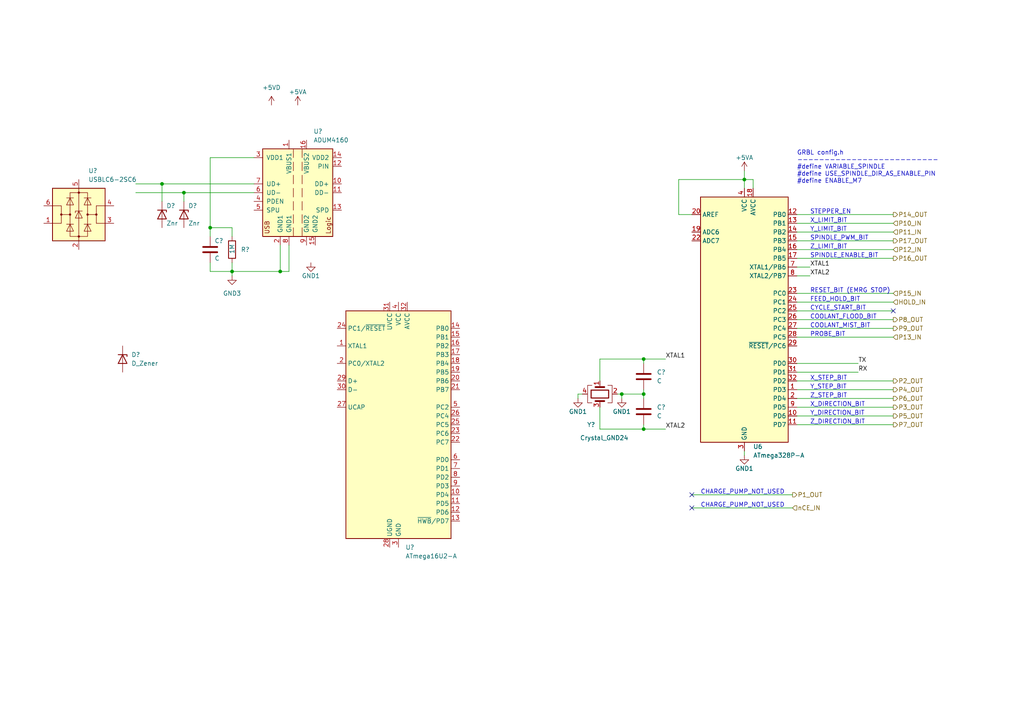
<source format=kicad_sch>
(kicad_sch (version 20211123) (generator eeschema)
  (paper "A4")
  (lib_symbols
    (symbol "Device:C" (pin_numbers hide) (pin_names (offset 0.254))
      (property "Reference" "C" (at 0.635 2.54 0))
      (property "Value" "C" (at 0.635 -2.54 0))
      (symbol "C_0_1"
        (polyline (pts (xy -2.032 -0.762) (xy 2.032 -0.762)) (stroke (width 0.508)))
        (polyline (pts (xy -2.032 0.762) (xy 2.032 0.762)) (stroke (width 0.508)))
      )
      (symbol "C_1_1"
        (pin passive line (at 0 3.81 270) (length 2.794) (name "~") (number "1"))
        (pin passive line (at 0 -3.81 90) (length 2.794) (name "~") (number "2"))
      )
    )
    (symbol "Device:Crystal_GND24" (pin_names (offset 1.016) hide)
      (property "Reference" "Y" (at 3.175 5.08 0))
      (property "Value" "Crystal_GND24" (at 3.175 3.175 0))
      (symbol "Crystal_GND24_0_1"
        (rectangle (start -1.143 2.54) (end 1.143 -2.54) (stroke (width 0.3048)))
        (polyline (pts (xy -2.54 0) (xy -2.032 0)))
        (polyline (pts (xy -2.032 -1.27) (xy -2.032 1.27)) (stroke (width 0.508)))
        (polyline (pts (xy 0 -3.81) (xy 0 -3.556)))
        (polyline (pts (xy 0 3.556) (xy 0 3.81)))
        (polyline (pts (xy 2.032 -1.27) (xy 2.032 1.27)) (stroke (width 0.508)))
        (polyline (pts (xy 2.032 0) (xy 2.54 0)))
        (polyline (pts (xy -2.54 -2.286) (xy -2.54 -3.556) (xy 2.54 -3.556) (xy 2.54 -2.286)))
        (polyline (pts (xy -2.54 2.286) (xy -2.54 3.556) (xy 2.54 3.556) (xy 2.54 2.286)))
      )
      (symbol "Crystal_GND24_1_1"
        (pin passive line (at -3.81 0 0) (length 1.27) (name "1") (number "1"))
        (pin passive line (at 0 5.08 270) (length 1.27) (name "2") (number "2"))
        (pin passive line (at 3.81 0 180) (length 1.27) (name "3") (number "3"))
        (pin passive line (at 0 -5.08 90) (length 1.27) (name "4") (number "4"))
      )
    )
    (symbol "Device:D_Zener" (pin_numbers hide) (pin_names (offset 1.016) hide)
      (property "Reference" "D" (at 0 2.54 0))
      (property "Value" "D_Zener" (at 0 -2.54 0))
      (symbol "D_Zener_0_1"
        (polyline (pts (xy 1.27 0) (xy -1.27 0)))
        (polyline (pts (xy -1.27 -1.27) (xy -1.27 1.27) (xy -0.762 1.27)) (stroke (width 0.254)))
        (polyline (pts (xy 1.27 -1.27) (xy 1.27 1.27) (xy -1.27 0) (xy 1.27 -1.27)) (stroke (width 0.254)))
      )
      (symbol "D_Zener_1_1"
        (pin passive line (at -3.81 0 0) (length 2.54) (name "K") (number "1"))
        (pin passive line (at 3.81 0 180) (length 2.54) (name "A") (number "2"))
      )
    )
    (symbol "Device:R" (pin_numbers hide) (pin_names (offset 0))
      (property "Reference" "R" (at 2.032 0 90))
      (property "Value" "R" (at 0 0 90))
      (symbol "R_0_1"
        (rectangle (start -1.016 -2.54) (end 1.016 2.54) (stroke (width 0.254)))
      )
      (symbol "R_1_1"
        (pin passive line (at 0 3.81 270) (length 1.27) (name "~") (number "1"))
        (pin passive line (at 0 -3.81 90) (length 1.27) (name "~") (number "2"))
      )
    )
    (symbol "Interface_USB:ADUM4160" (pin_names (offset 1.016))
      (property "Reference" "U" (at -10.16 13.97 0))
      (property "Value" "ADUM4160" (at 3.81 13.97 0))
      (symbol "ADUM4160_0_0"
        (text "Logic" (at 8.89 -12.065 900) (effects (font (size 1.27 1.27)) (justify left)))
      )
      (symbol "ADUM4160_0_1"
        (rectangle (start -10.16 12.7) (end 10.16 -12.7) (stroke (width 0.254)) (fill (type background)))
        (polyline (pts (xy -1.27 -10.16) (xy -1.27 -12.7)))
        (polyline (pts (xy -1.27 -6.35) (xy -1.27 -8.89)))
        (polyline (pts (xy -1.27 -2.54) (xy -1.27 -5.08)))
        (polyline (pts (xy -1.27 1.27) (xy -1.27 -1.27)))
        (polyline (pts (xy -1.27 5.08) (xy -1.27 2.54)))
        (polyline (pts (xy -1.27 8.89) (xy -1.27 6.35)))
        (polyline (pts (xy -1.27 12.7) (xy -1.27 10.16)))
        (polyline (pts (xy 1.27 -10.16) (xy 1.27 -12.7)))
        (polyline (pts (xy 1.27 -6.35) (xy 1.27 -8.89)))
        (polyline (pts (xy 1.27 -2.54) (xy 1.27 -5.08)))
        (polyline (pts (xy 1.27 1.27) (xy 1.27 -1.27)))
        (polyline (pts (xy 1.27 5.08) (xy 1.27 2.54)))
        (polyline (pts (xy 1.27 8.89) (xy 1.27 6.35)))
        (polyline (pts (xy 1.27 12.7) (xy 1.27 10.16)))
      )
      (symbol "ADUM4160_1_0"
        (text "USB" (at -8.89 -12.065 900) (effects (font (size 1.27 1.27)) (justify left)))
      )
      (symbol "ADUM4160_1_1"
        (pin power_in line (at -2.54 15.24 270) (length 2.54) (name "VBUS1") (number "1"))
        (pin bidirectional line (at 12.7 2.54 180) (length 2.54) (name "DD+") (number "10"))
        (pin bidirectional line (at 12.7 0 180) (length 2.54) (name "DD-") (number "11"))
        (pin input line (at 12.7 7.62 180) (length 2.54) (name "PIN") (number "12"))
        (pin input line (at 12.7 -5.08 180) (length 2.54) (name "SPD") (number "13"))
        (pin power_in line (at 12.7 10.16 180) (length 2.54) (name "VDD2") (number "14"))
        (pin power_in line (at 5.08 -15.24 90) (length 2.54) (name "GND2") (number "15"))
        (pin power_in line (at 2.54 15.24 270) (length 2.54) (name "VBUS2") (number "16"))
        (pin power_in line (at -5.08 -15.24 90) (length 2.54) (name "GND1") (number "2"))
        (pin power_in line (at -12.7 10.16 0) (length 2.54) (name "VDD1") (number "3"))
        (pin input line (at -12.7 -2.54 0) (length 2.54) (name "PDEN") (number "4"))
        (pin input line (at -12.7 -5.08 0) (length 2.54) (name "SPU") (number "5"))
        (pin bidirectional line (at -12.7 0 0) (length 2.54) (name "UD-") (number "6"))
        (pin bidirectional line (at -12.7 2.54 0) (length 2.54) (name "UD+") (number "7"))
        (pin power_in line (at -2.54 -15.24 90) (length 2.54) (name "GND1") (number "8"))
        (pin power_in line (at 2.54 -15.24 90) (length 2.54) (name "GND2") (number "9"))
      )
    )
    (symbol "MCU_Microchip_ATmega:ATmega16U2-A"
      (property "Reference" "U" (at -15.24 34.29 0))
      (property "Value" "ATmega16U2-A" (at 2.54 -34.29 0))
      (symbol "ATmega16U2-A_0_1"
        (rectangle (start -15.24 -33.02) (end 15.24 33.02) (stroke (width 0.254)) (fill (type background)))
      )
      (symbol "ATmega16U2-A_1_1"
        (pin input line (at -17.78 22.86 0) (length 2.54) (name "XTAL1") (number "1"))
        (pin bidirectional line (at 17.78 -20.32 180) (length 2.54) (name "PD4") (number "10"))
        (pin bidirectional line (at 17.78 -22.86 180) (length 2.54) (name "PD5") (number "11"))
        (pin bidirectional line (at 17.78 -25.4 180) (length 2.54) (name "PD6") (number "12"))
        (pin bidirectional line (at 17.78 -27.94 180) (length 2.54) (name "~{HWB}/PD7") (number "13"))
        (pin bidirectional line (at 17.78 27.94 180) (length 2.54) (name "PB0") (number "14"))
        (pin bidirectional line (at 17.78 25.4 180) (length 2.54) (name "PB1") (number "15"))
        (pin bidirectional line (at 17.78 22.86 180) (length 2.54) (name "PB2") (number "16"))
        (pin bidirectional line (at 17.78 20.32 180) (length 2.54) (name "PB3") (number "17"))
        (pin bidirectional line (at 17.78 17.78 180) (length 2.54) (name "PB4") (number "18"))
        (pin bidirectional line (at 17.78 15.24 180) (length 2.54) (name "PB5") (number "19"))
        (pin bidirectional line (at -17.78 17.78 0) (length 2.54) (name "PC0/XTAL2") (number "2"))
        (pin bidirectional line (at 17.78 12.7 180) (length 2.54) (name "PB6") (number "20"))
        (pin bidirectional line (at 17.78 10.16 180) (length 2.54) (name "PB7") (number "21"))
        (pin bidirectional line (at 17.78 -5.08 180) (length 2.54) (name "PC7") (number "22"))
        (pin bidirectional line (at 17.78 -2.54 180) (length 2.54) (name "PC6") (number "23"))
        (pin bidirectional line (at -17.78 27.94 0) (length 2.54) (name "PC1/~{RESET}") (number "24"))
        (pin bidirectional line (at 17.78 0 180) (length 2.54) (name "PC5") (number "25"))
        (pin bidirectional line (at 17.78 2.54 180) (length 2.54) (name "PC4") (number "26"))
        (pin passive line (at -17.78 5.08 0) (length 2.54) (name "UCAP") (number "27"))
        (pin power_in line (at -2.54 -35.56 90) (length 2.54) (name "UGND") (number "28"))
        (pin bidirectional line (at -17.78 12.7 0) (length 2.54) (name "D+") (number "29"))
        (pin power_in line (at 0 -35.56 90) (length 2.54) (name "GND") (number "3"))
        (pin bidirectional line (at -17.78 10.16 0) (length 2.54) (name "D-") (number "30"))
        (pin power_in line (at -2.54 35.56 270) (length 2.54) (name "UVCC") (number "31"))
        (pin power_in line (at 2.54 35.56 270) (length 2.54) (name "AVCC") (number "32"))
        (pin power_in line (at 0 35.56 270) (length 2.54) (name "VCC") (number "4"))
        (pin bidirectional line (at 17.78 5.08 180) (length 2.54) (name "PC2") (number "5"))
        (pin bidirectional line (at 17.78 -10.16 180) (length 2.54) (name "PD0") (number "6"))
        (pin bidirectional line (at 17.78 -12.7 180) (length 2.54) (name "PD1") (number "7"))
        (pin bidirectional line (at 17.78 -15.24 180) (length 2.54) (name "PD2") (number "8"))
        (pin bidirectional line (at 17.78 -17.78 180) (length 2.54) (name "PD3") (number "9"))
      )
    )
    (symbol "MCU_Microchip_ATmega:ATmega328P-A"
      (property "Reference" "U" (at -12.7 36.83 0))
      (property "Value" "ATmega328P-A" (at 2.54 -36.83 0))
      (symbol "ATmega328P-A_0_1"
        (rectangle (start -12.7 -35.56) (end 12.7 35.56) (stroke (width 0.254)) (fill (type background)))
      )
      (symbol "ATmega328P-A_1_1"
        (pin bidirectional line (at 15.24 -20.32 180) (length 2.54) (name "PD3") (number "1"))
        (pin bidirectional line (at 15.24 -27.94 180) (length 2.54) (name "PD6") (number "10"))
        (pin bidirectional line (at 15.24 -30.48 180) (length 2.54) (name "PD7") (number "11"))
        (pin bidirectional line (at 15.24 30.48 180) (length 2.54) (name "PB0") (number "12"))
        (pin bidirectional line (at 15.24 27.94 180) (length 2.54) (name "PB1") (number "13"))
        (pin bidirectional line (at 15.24 25.4 180) (length 2.54) (name "PB2") (number "14"))
        (pin bidirectional line (at 15.24 22.86 180) (length 2.54) (name "PB3") (number "15"))
        (pin bidirectional line (at 15.24 20.32 180) (length 2.54) (name "PB4") (number "16"))
        (pin bidirectional line (at 15.24 17.78 180) (length 2.54) (name "PB5") (number "17"))
        (pin power_in line (at 2.54 38.1 270) (length 2.54) (name "AVCC") (number "18"))
        (pin input line (at -15.24 25.4 0) (length 2.54) (name "ADC6") (number "19"))
        (pin bidirectional line (at 15.24 -22.86 180) (length 2.54) (name "PD4") (number "2"))
        (pin passive line (at -15.24 30.48 0) (length 2.54) (name "AREF") (number "20"))
        (pin passive line (at 0 -38.1 90) (length 2.54) hide (name "GND") (number "21"))
        (pin input line (at -15.24 22.86 0) (length 2.54) (name "ADC7") (number "22"))
        (pin bidirectional line (at 15.24 7.62 180) (length 2.54) (name "PC0") (number "23"))
        (pin bidirectional line (at 15.24 5.08 180) (length 2.54) (name "PC1") (number "24"))
        (pin bidirectional line (at 15.24 2.54 180) (length 2.54) (name "PC2") (number "25"))
        (pin bidirectional line (at 15.24 0 180) (length 2.54) (name "PC3") (number "26"))
        (pin bidirectional line (at 15.24 -2.54 180) (length 2.54) (name "PC4") (number "27"))
        (pin bidirectional line (at 15.24 -5.08 180) (length 2.54) (name "PC5") (number "28"))
        (pin bidirectional line (at 15.24 -7.62 180) (length 2.54) (name "~{RESET}/PC6") (number "29"))
        (pin power_in line (at 0 -38.1 90) (length 2.54) (name "GND") (number "3"))
        (pin bidirectional line (at 15.24 -12.7 180) (length 2.54) (name "PD0") (number "30"))
        (pin bidirectional line (at 15.24 -15.24 180) (length 2.54) (name "PD1") (number "31"))
        (pin bidirectional line (at 15.24 -17.78 180) (length 2.54) (name "PD2") (number "32"))
        (pin power_in line (at 0 38.1 270) (length 2.54) (name "VCC") (number "4"))
        (pin passive line (at 0 -38.1 90) (length 2.54) hide (name "GND") (number "5"))
        (pin passive line (at 0 38.1 270) (length 2.54) hide (name "VCC") (number "6"))
        (pin bidirectional line (at 15.24 15.24 180) (length 2.54) (name "XTAL1/PB6") (number "7"))
        (pin bidirectional line (at 15.24 12.7 180) (length 2.54) (name "XTAL2/PB7") (number "8"))
        (pin bidirectional line (at 15.24 -25.4 180) (length 2.54) (name "PD5") (number "9"))
      )
    )
    (symbol "Power_Protection:USBLC6-2SC6" (pin_names hide)
      (property "Reference" "U" (at 2.54 8.89 0))
      (property "Value" "USBLC6-2SC6" (at 2.54 -8.89 0))
      (symbol "USBLC6-2SC6_0_1"
        (rectangle (start -7.62 -7.62) (end 7.62 7.62) (stroke (width 0.254)) (fill (type background)))
        (circle (center -5.08 0) (radius 0.254) (fill (type outline)))
        (circle (center -2.54 0) (radius 0.254) (fill (type outline)))
        (rectangle (start -2.54 6.35) (end 2.54 -6.35))
        (circle (center 0 -6.35) (radius 0.254) (fill (type outline)))
        (polyline (pts (xy -5.08 -2.54) (xy -7.62 -2.54)))
        (polyline (pts (xy -5.08 0) (xy -5.08 -2.54)))
        (polyline (pts (xy -5.08 2.54) (xy -7.62 2.54)))
        (polyline (pts (xy -1.524 -2.794) (xy -3.556 -2.794)))
        (polyline (pts (xy -1.524 4.826) (xy -3.556 4.826)))
        (polyline (pts (xy 0 -7.62) (xy 0 -6.35)))
        (polyline (pts (xy 0 -6.35) (xy 0 1.27)))
        (polyline (pts (xy 0 1.27) (xy 0 6.35)))
        (polyline (pts (xy 0 6.35) (xy 0 7.62)))
        (polyline (pts (xy 1.524 -2.794) (xy 3.556 -2.794)))
        (polyline (pts (xy 1.524 4.826) (xy 3.556 4.826)))
        (polyline (pts (xy 5.08 -2.54) (xy 7.62 -2.54)))
        (polyline (pts (xy 5.08 0) (xy 5.08 -2.54)))
        (polyline (pts (xy 5.08 2.54) (xy 7.62 2.54)))
        (polyline (pts (xy -2.54 0) (xy -5.08 0) (xy -5.08 2.54)))
        (polyline (pts (xy 2.54 0) (xy 5.08 0) (xy 5.08 2.54)))
        (polyline (pts (xy -3.556 -4.826) (xy -1.524 -4.826) (xy -2.54 -2.794) (xy -3.556 -4.826)))
        (polyline (pts (xy -3.556 2.794) (xy -1.524 2.794) (xy -2.54 4.826) (xy -3.556 2.794)))
        (polyline (pts (xy -1.016 -1.016) (xy 1.016 -1.016) (xy 0 1.016) (xy -1.016 -1.016)))
        (polyline (pts (xy 1.016 1.016) (xy 0.762 1.016) (xy -1.016 1.016) (xy -1.016 0.508)))
        (polyline (pts (xy 3.556 -4.826) (xy 1.524 -4.826) (xy 2.54 -2.794) (xy 3.556 -4.826)))
        (polyline (pts (xy 3.556 2.794) (xy 1.524 2.794) (xy 2.54 4.826) (xy 3.556 2.794)))
        (circle (center 0 6.35) (radius 0.254) (fill (type outline)))
        (circle (center 2.54 0) (radius 0.254) (fill (type outline)))
        (circle (center 5.08 0) (radius 0.254) (fill (type outline)))
      )
      (symbol "USBLC6-2SC6_1_1"
        (pin passive line (at -10.16 -2.54 0) (length 2.54) (name "I/O1") (number "1"))
        (pin passive line (at 0 -10.16 90) (length 2.54) (name "GND") (number "2"))
        (pin passive line (at 10.16 -2.54 180) (length 2.54) (name "I/O2") (number "3"))
        (pin passive line (at 10.16 2.54 180) (length 2.54) (name "I/O2") (number "4"))
        (pin passive line (at 0 10.16 270) (length 2.54) (name "VBUS") (number "5"))
        (pin passive line (at -10.16 2.54 0) (length 2.54) (name "I/O1") (number "6"))
      )
    )
    (symbol "power:+5VA" (power) (pin_names (offset 0))
      (property "Value" "+5VA" (at 0 3.556 0))
      (symbol "+5VA_0_1"
        (polyline (pts (xy -0.762 1.27) (xy 0 2.54)))
        (polyline (pts (xy 0 0) (xy 0 2.54)))
        (polyline (pts (xy 0 2.54) (xy 0.762 1.27)))
      )
      (symbol "+5VA_1_1"
        (pin power_in line (at 0 0 90) (length 0) hide (name "+5VA") (number "1"))
      )
    )
    (symbol "power:+5VD" (power) (pin_names (offset 0))
      (property "Value" "+5VD" (at 0 3.556 0))
      (symbol "+5VD_0_1"
        (polyline (pts (xy -0.762 1.27) (xy 0 2.54)))
        (polyline (pts (xy 0 0) (xy 0 2.54)))
        (polyline (pts (xy 0 2.54) (xy 0.762 1.27)))
      )
      (symbol "+5VD_1_1"
        (pin power_in line (at 0 0 90) (length 0) hide (name "+5VD") (number "1"))
      )
    )
    (symbol "power:GND1" (power) (pin_names (offset 0))
      (property "Value" "GND1" (at 0 -3.81 0))
      (symbol "GND1_0_1"
        (polyline (pts (xy 0 0) (xy 0 -1.27) (xy 1.27 -1.27) (xy 0 -2.54) (xy -1.27 -1.27) (xy 0 -1.27)))
      )
      (symbol "GND1_1_1"
        (pin power_in line (at 0 0 270) (length 0) hide (name "GND1") (number "1"))
      )
    )
    (symbol "power:GND3" (power) (pin_names (offset 0))
      (property "Value" "GND3" (at 0 -3.81 0))
      (symbol "GND3_0_1"
        (polyline (pts (xy 0 0) (xy 0 -1.27) (xy 1.27 -1.27) (xy 0 -2.54) (xy -1.27 -1.27) (xy 0 -1.27)))
      )
      (symbol "GND3_1_1"
        (pin power_in line (at 0 0 270) (length 0) hide (name "GND3") (number "1"))
      )
    )
  )
  (junction (at 53.34 55.88))
  (junction (at 180.34 114.3))
  (junction (at 186.69 114.3))
  (junction (at 186.69 124.46))
  (junction (at 215.9 52.07))
  (junction (at 60.96 66.04))
  (junction (at 46.99 53.34))
  (junction (at 81.28 78.74))
  (junction (at 67.31 78.74))
  (junction (at 186.69 104.14))
  (no_connect (at 200.66 147.32))
  (no_connect (at 259.08 90.17))
  (no_connect (at 200.66 143.51))
  (wire (pts (xy 231.14 87.63) (xy 259.08 87.63)))
  (wire (pts (xy 231.14 123.19) (xy 259.08 123.19)))
  (wire (pts (xy 53.34 55.88) (xy 73.66 55.88)))
  (wire (pts (xy 168.91 114.3) (xy 167.64 114.3)))
  (wire (pts (xy 173.99 104.14) (xy 173.99 110.49)))
  (wire (pts (xy 53.34 58.42) (xy 53.34 55.88)))
  (wire (pts (xy 179.07 114.3) (xy 180.34 114.3)))
  (wire (pts (xy 259.08 62.23) (xy 231.14 62.23)))
  (wire (pts (xy 46.99 53.34) (xy 73.66 53.34)))
  (wire (pts (xy 186.69 114.3) (xy 180.34 114.3)))
  (wire (pts (xy 231.14 72.39) (xy 259.08 72.39)))
  (wire (pts (xy 231.14 105.41) (xy 248.92 105.41)))
  (wire (pts (xy 186.69 115.57) (xy 186.69 114.3)))
  (wire (pts (xy 67.31 78.74) (xy 81.28 78.74)))
  (wire (pts (xy 67.31 68.58) (xy 67.31 66.04)))
  (wire (pts (xy 200.66 143.51) (xy 229.87 143.51)))
  (wire (pts (xy 67.31 80.01) (xy 67.31 78.74)))
  (wire (pts (xy 83.82 78.74) (xy 83.82 71.12)))
  (wire (pts (xy 231.14 80.01) (xy 234.95 80.01)))
  (wire (pts (xy 60.96 78.74) (xy 67.31 78.74)))
  (wire (pts (xy 167.64 114.3) (xy 167.64 115.57)))
  (wire (pts (xy 196.85 52.07) (xy 215.9 52.07)))
  (wire (pts (xy 215.9 132.08) (xy 215.9 130.81)))
  (wire (pts (xy 186.69 104.14) (xy 173.99 104.14)))
  (wire (pts (xy 193.04 104.14) (xy 186.69 104.14)))
  (wire (pts (xy 173.99 124.46) (xy 173.99 118.11)))
  (wire (pts (xy 259.08 64.77) (xy 231.14 64.77)))
  (wire (pts (xy 231.14 113.03) (xy 259.08 113.03)))
  (wire (pts (xy 259.08 92.71) (xy 231.14 92.71)))
  (wire (pts (xy 67.31 66.04) (xy 60.96 66.04)))
  (wire (pts (xy 231.14 90.17) (xy 259.08 90.17)))
  (wire (pts (xy 67.31 78.74) (xy 67.31 76.2)))
  (wire (pts (xy 231.14 120.65) (xy 259.08 120.65)))
  (wire (pts (xy 231.14 110.49) (xy 259.08 110.49)))
  (wire (pts (xy 60.96 68.58) (xy 60.96 66.04)))
  (wire (pts (xy 60.96 66.04) (xy 60.96 45.72)))
  (wire (pts (xy 173.99 124.46) (xy 186.69 124.46)))
  (wire (pts (xy 259.08 85.09) (xy 231.14 85.09)))
  (wire (pts (xy 180.34 114.3) (xy 180.34 115.57)))
  (wire (pts (xy 60.96 76.2) (xy 60.96 78.74)))
  (wire (pts (xy 231.14 118.11) (xy 259.08 118.11)))
  (wire (pts (xy 215.9 49.53) (xy 215.9 52.07)))
  (wire (pts (xy 46.99 58.42) (xy 46.99 53.34)))
  (wire (pts (xy 60.96 45.72) (xy 73.66 45.72)))
  (wire (pts (xy 231.14 67.31) (xy 259.08 67.31)))
  (wire (pts (xy 186.69 104.14) (xy 186.69 105.41)))
  (wire (pts (xy 231.14 107.95) (xy 248.92 107.95)))
  (wire (pts (xy 259.08 74.93) (xy 231.14 74.93)))
  (wire (pts (xy 186.69 114.3) (xy 186.69 113.03)))
  (wire (pts (xy 218.44 54.61) (xy 218.44 52.07)))
  (wire (pts (xy 81.28 78.74) (xy 81.28 71.12)))
  (wire (pts (xy 218.44 52.07) (xy 215.9 52.07)))
  (wire (pts (xy 196.85 62.23) (xy 196.85 52.07)))
  (wire (pts (xy 186.69 123.19) (xy 186.69 124.46)))
  (wire (pts (xy 186.69 124.46) (xy 193.04 124.46)))
  (wire (pts (xy 200.66 62.23) (xy 196.85 62.23)))
  (wire (pts (xy 39.37 55.88) (xy 53.34 55.88)))
  (wire (pts (xy 231.14 77.47) (xy 234.95 77.47)))
  (wire (pts (xy 200.66 147.32) (xy 229.87 147.32)))
  (wire (pts (xy 81.28 78.74) (xy 83.82 78.74)))
  (wire (pts (xy 259.08 69.85) (xy 231.14 69.85)))
  (wire (pts (xy 231.14 115.57) (xy 259.08 115.57)))
  (wire (pts (xy 215.9 52.07) (xy 215.9 54.61)))
  (wire (pts (xy 231.14 97.79) (xy 259.08 97.79)))
  (wire (pts (xy 39.37 53.34) (xy 46.99 53.34)))
  (wire (pts (xy 259.08 95.25) (xy 231.14 95.25)))
  (text "Y_LIMIT_BIT" (at 234.95 67.31 0) (effects (font (size 1.27 1.27)) (justify left bottom)))
  (text "X_LIMIT_BIT" (at 234.95 64.77 0) (effects (font (size 1.27 1.27)) (justify left bottom)))
  (text "SPINDLE_ENABLE_BIT" (at 234.95 74.93 0) (effects (font (size 1.27 1.27)) (justify left bottom)))
  (text "X_STEP_BIT" (at 234.95 110.49 0) (effects (font (size 1.27 1.27)) (justify left bottom)))
  (text "SPINDLE_PWM_BIT" (at 234.95 69.85 0) (effects (font (size 1.27 1.27)) (justify left bottom)))
  (text "CHARGE_PUMP_NOT_USED" (at 203.2 147.32 0) (effects (font (size 1.27 1.27)) (justify left bottom)))
  (text "CYCLE_START_BIT" (at 234.95 90.17 0) (effects (font (size 1.27 1.27)) (justify left bottom)))
  (text "RESET_BIT (EMRG STOP)" (at 234.95 85.09 0) (effects (font (size 1.27 1.27)) (justify left bottom)))
  (text "STEPPER_EN" (at 234.95 62.23 0) (effects (font (size 1.27 1.27)) (justify left bottom)))
  (text "X_DIRECTION_BIT" (at 234.95 118.11 0) (effects (font (size 1.27 1.27)) (justify left bottom)))
  (text "Z_STEP_BIT" (at 234.95 115.57 0) (effects (font (size 1.27 1.27)) (justify left bottom)))
  (text "Y_STEP_BIT" (at 234.95 113.03 0) (effects (font (size 1.27 1.27)) (justify left bottom)))
  (text "FEED_HOLD_BIT" (at 234.95 87.63 0) (effects (font (size 1.27 1.27)) (justify left bottom)))
  (text "PROBE_BIT" (at 234.95 97.79 0) (effects (font (size 1.27 1.27)) (justify left bottom)))
  (text "Z_DIRECTION_BIT" (at 234.95 123.19 0) (effects (font (size 1.27 1.27)) (justify left bottom)))
  (text "Z_LIMIT_BIT" (at 234.95 72.39 0) (effects (font (size 1.27 1.27)) (justify left bottom)))
  (text "COOLANT_FLOOD_BIT" (at 234.95 92.71 0) (effects (font (size 1.27 1.27)) (justify left bottom)))
  (text "Y_DIRECTION_BIT" (at 234.95 120.65 0) (effects (font (size 1.27 1.27)) (justify left bottom)))
  (text "CHARGE_PUMP_NOT_USED" (at 203.2 143.51 0) (effects (font (size 1.27 1.27)) (justify left bottom)))
  (text "COOLANT_MIST_BIT" (at 234.95 95.25 0) (effects (font (size 1.27 1.27)) (justify left bottom)))
  (text "GRBL config.h\n--------------------------\n#define VARIABLE_SPINDLE\n#define USE_SPINDLE_DIR_AS_ENABLE_PIN\n#define ENABLE_M7" (at 231.14 53.34 0) (effects (font (size 1.27 1.27)) (justify left bottom)))
  (label "XTAL1" (at 193.04 104.14 0))
  (label "XTAL1" (at 234.95 77.47 0))
  (label "XTAL2" (at 234.95 80.01 0))
  (label "XTAL2" (at 193.04 124.46 0))
  (label "TX" (at 248.92 105.41 0))
  (label "RX" (at 248.92 107.95 0))
  (hierarchical_label "P12_IN" (shape input) (at 259.08 72.39 0))
  (hierarchical_label "P16_OUT" (shape output) (at 259.08 74.93 0))
  (hierarchical_label "P17_OUT" (shape output) (at 259.08 69.85 0))
  (hierarchical_label "P10_IN" (shape input) (at 259.08 64.77 0))
  (hierarchical_label "P15_IN" (shape input) (at 259.08 85.09 0))
  (hierarchical_label "P2_OUT" (shape output) (at 259.08 110.49 0))
  (hierarchical_label "P14_OUT" (shape output) (at 259.08 62.23 0))
  (hierarchical_label "nCE_IN" (shape input) (at 229.87 147.32 0))
  (hierarchical_label "P7_OUT" (shape output) (at 259.08 123.19 0))
  (hierarchical_label "P13_IN" (shape input) (at 259.08 97.79 0))
  (hierarchical_label "P11_IN" (shape input) (at 259.08 67.31 0))
  (hierarchical_label "P6_OUT" (shape output) (at 259.08 115.57 0))
  (hierarchical_label "P3_OUT" (shape output) (at 259.08 118.11 0))
  (hierarchical_label "P9_OUT" (shape output) (at 259.08 95.25 0))
  (hierarchical_label "HOLD_IN" (shape input) (at 259.08 87.63 0))
  (hierarchical_label "P8_OUT" (shape output) (at 259.08 92.71 0))
  (hierarchical_label "P4_OUT" (shape output) (at 259.08 113.03 0))
  (hierarchical_label "P5_OUT" (shape output) (at 259.08 120.65 0))
  (hierarchical_label "P1_OUT" (shape output) (at 229.87 143.51 0))
  (symbol (lib_id "Power_Protection:USBLC6-2SC6") (at 22.86 62.23 0) (unit 1)
    (property "Reference" "U?" (at 25.6287 49.53 0) (effects (justify left)))
    (property "Value" "USBLC6-2SC6" (at 25.6287 52.07 0) (effects (justify left)))
    (property "Footprint" "Package_TO_SOT_SMD:SOT-23-6" (effects hide))
    (property "Datasheet" "https://www.st.com/resource/en/datasheet/usblc6-2.pdf" (effects hide))
  )
  (symbol (lib_id "Device:D_Zener") (at 35.56 104.14 270) (unit 1)
    (property "Reference" "D?" (at 38.1 102.8699 90) (effects (justify left)))
    (property "Value" "D_Zener" (at 38.1 105.4099 90) (effects (justify left)))
  )
  (symbol (lib_id "MCU_Microchip_ATmega:ATmega328P-A") (at 215.9 92.71 0) (unit 1)
    (property "Reference" "U6" (at 218.44 129.54 0) (effects (justify left)))
    (property "Value" "ATmega328P-A" (at 218.44 132.08 0) (effects (justify left)))
    (property "Footprint" "Package_QFP:TQFP-32_7x7mm_P0.8mm" (effects hide))
    (property "Datasheet" "http://ww1.microchip.com/downloads/en/DeviceDoc/ATmega328_P%20AVR%20MCU%20with%20picoPower%20Technology%20Data%20Sheet%2040001984A.pdf" (effects hide))
  )
  (symbol (lib_id "Device:C") (at 60.96 72.39 0) (unit 1)
    (property "Reference" "C?" (at 62.23 69.85 0) (effects (justify left)))
    (property "Value" "C" (at 62.23 74.93 0) (effects (justify left)))
  )
  (symbol (lib_id "power:GND1") (at 90.17 76.2 0) (unit 1)
    (property "Reference" "#PWR?" (effects hide))
    (property "Value" "GND1" (at 90.17 80.01 0))
  )
  (symbol (lib_id "Device:C") (at 186.69 109.22 0) (unit 1)
    (property "Reference" "C?" (at 190.5 107.9499 0) (effects (justify left)))
    (property "Value" "C" (at 190.5 110.4899 0) (effects (justify left)))
  )
  (symbol (lib_id "power:GND1") (at 180.34 115.57 0) (unit 1)
    (property "Reference" "#PWR?" (effects hide))
    (property "Value" "GND1" (at 180.34 119.38 0))
  )
  (symbol (lib_id "Device:Crystal_GND24") (at 173.99 114.3 270) (unit 1)
    (property "Reference" "Y?" (at 171.45 123.19 90))
    (property "Value" "Crystal_GND24" (at 175.26 127 90))
  )
  (symbol (lib_id "Device:D_Zener") (at 46.99 62.23 270) (unit 1)
    (property "Reference" "D?" (at 48.26 59.69 90) (effects (justify left)))
    (property "Value" "Znr" (at 48.26 64.77 90) (effects (justify left)))
  )
  (symbol (lib_id "power:GND1") (at 167.64 115.57 0) (unit 1)
    (property "Reference" "#PWR?" (effects hide))
    (property "Value" "GND1" (at 167.64 119.38 0))
  )
  (symbol (lib_id "MCU_Microchip_ATmega:ATmega16U2-A") (at 115.57 123.19 0) (unit 1)
    (property "Reference" "U?" (at 117.5894 158.75 0) (effects (justify left)))
    (property "Value" "ATmega16U2-A" (at 117.5894 161.29 0) (effects (justify left)))
    (property "Footprint" "Package_QFP:TQFP-32_7x7mm_P0.8mm" (effects hide))
    (property "Datasheet" "http://ww1.microchip.com/downloads/en/DeviceDoc/doc7799.pdf" (effects hide))
  )
  (symbol (lib_id "power:+5VA") (at 86.36 30.48 0) (unit 1)
    (property "Reference" "#PWR?" (effects hide))
    (property "Value" "+5VA" (at 86.36 26.67 0))
  )
  (symbol (lib_id "Device:C") (at 186.69 119.38 0) (unit 1)
    (property "Reference" "C?" (at 190.5 118.1099 0) (effects (justify left)))
    (property "Value" "C" (at 190.5 120.6499 0) (effects (justify left)))
  )
  (symbol (lib_id "power:+5VD") (at 78.74 30.48 0) (unit 1)
    (property "Reference" "#PWR?" (effects hide))
    (property "Value" "+5VD" (at 78.74 25.4 0))
  )
  (symbol (lib_id "power:GND1") (at 215.9 132.08 0) (unit 1)
    (property "Reference" "#PWR0152" (effects hide))
    (property "Value" "GND1" (at 215.9 135.89 0))
  )
  (symbol (lib_id "Device:R") (at 67.31 72.39 180) (unit 1)
    (property "Reference" "R?" (at 69.85 72.39 0) (effects (justify right)))
    (property "Value" "1M" (at 67.31 73.66 90) (effects (justify right)))
  )
  (symbol (lib_id "power:+5VA") (at 215.9 49.53 0) (unit 1)
    (property "Reference" "#PWR0151" (effects hide))
    (property "Value" "+5VA" (at 215.9 45.72 0))
  )
  (symbol (lib_id "Interface_USB:ADUM4160") (at 86.36 55.88 0) (unit 1)
    (property "Reference" "U?" (at 90.9194 38.1 0) (effects (justify left)))
    (property "Value" "ADUM4160" (at 90.9194 40.64 0) (effects (justify left)))
    (property "Footprint" "Package_SO:SOIC-16W_7.5x10.3mm_P1.27mm" (effects hide))
    (property "Datasheet" "https://www.analog.com/media/en/technical-documentation/data-sheets/ADuM4160.pdf" (effects hide))
  )
  (symbol (lib_id "Device:D_Zener") (at 53.34 62.23 270) (unit 1)
    (property "Reference" "D?" (at 54.61 59.69 90) (effects (justify left)))
    (property "Value" "Znr" (at 54.61 64.77 90) (effects (justify left)))
  )
  (symbol (lib_id "power:GND3") (at 67.31 80.01 0) (unit 1)
    (property "Reference" "#PWR?" (effects hide))
    (property "Value" "GND3" (at 67.31 85.09 0))
  )
)
</source>
